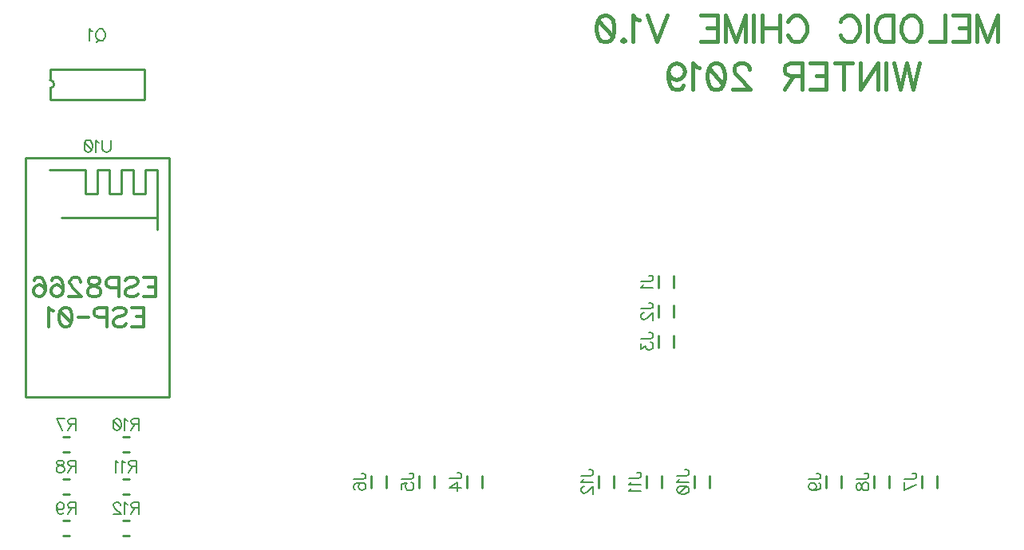
<source format=gbr>
G04 DipTrace 3.3.1.3*
G04 BottomSilk.gbr*
%MOIN*%
G04 #@! TF.FileFunction,Legend,Bot*
G04 #@! TF.Part,Single*
%ADD10C,0.009843*%
%ADD71C,0.00772*%
%ADD73C,0.016983*%
%ADD74C,0.012351*%
%FSLAX26Y26*%
G04*
G70*
G90*
G75*
G01*
G04 BotSilk*
%LPD*%
X1121865Y2488991D2*
D10*
X1515535D1*
Y2362220D1*
X1121865Y2362188D1*
Y2488960D2*
Y2442661D1*
Y2362220D2*
Y2408519D1*
Y2442661D2*
G02X1121865Y2408519I-1380J-17071D01*
G01*
X3662450Y1574949D2*
Y1624950D1*
X3724950D2*
Y1574949D1*
X3662450Y1449949D2*
Y1499950D1*
X3724950D2*
Y1449949D1*
X3662450Y1324949D2*
Y1374950D1*
X3724950D2*
Y1324949D1*
X2924950Y787451D2*
Y737450D1*
X2862450D2*
Y787451D1*
X2724950D2*
Y737450D1*
X2662450D2*
Y787451D1*
X2524950D2*
Y737450D1*
X2462450D2*
Y787451D1*
X4824950D2*
Y737450D1*
X4762450D2*
Y787451D1*
X4624950D2*
Y737450D1*
X4562450D2*
Y787451D1*
X4424950D2*
Y737450D1*
X4362450D2*
Y787451D1*
X3874950D2*
Y737450D1*
X3812450D2*
Y787451D1*
X3674950D2*
Y737450D1*
X3612450D2*
Y787451D1*
X3474950D2*
Y737450D1*
X3412450D2*
Y787451D1*
X1200361Y887235D2*
X1176802D1*
X1200361Y950165D2*
X1176802D1*
X1200361Y712235D2*
X1176802D1*
X1200361Y775165D2*
X1176802D1*
X1200361Y537235D2*
X1176802D1*
X1200361Y600165D2*
X1176802D1*
X1450361Y887235D2*
X1426802D1*
X1450361Y950165D2*
X1426802D1*
X1450361Y712235D2*
X1426802D1*
X1450361Y775165D2*
X1426802D1*
X1450361Y537235D2*
X1426802D1*
X1450361Y600165D2*
X1426802D1*
X1618700Y1118700D2*
X1018700D1*
Y2118700D1*
X1618700D1*
Y1118700D1*
X1118720Y2068700D2*
X1268720D1*
Y1968700D1*
X1318700D1*
Y2068700D1*
X1368680D1*
Y1968700D1*
X1418720D1*
Y2068700D1*
X1468700D1*
Y1968700D1*
X1518680D1*
Y2068700D1*
X1568720D1*
Y1868700D1*
X1168700D1*
X1568720D2*
Y1818700D1*
X1337197Y2656293D2*
D71*
X1341950Y2653972D1*
X1346759Y2649163D1*
X1349135Y2644355D1*
X1351567Y2637170D1*
Y2625232D1*
X1349135Y2618047D1*
X1346759Y2613293D1*
X1341950Y2608485D1*
X1337197Y2606108D1*
X1327636D1*
X1322827Y2608485D1*
X1318074Y2613293D1*
X1315697Y2618047D1*
X1313265Y2625232D1*
Y2637170D1*
X1315697Y2644355D1*
X1318074Y2649163D1*
X1322827Y2653972D1*
X1327636Y2656293D1*
X1337197D1*
X1330012Y2615670D2*
X1315697Y2601300D1*
X1297826Y2646676D2*
X1293018Y2649108D1*
X1285833Y2656238D1*
Y2606053D1*
X3589227Y1601700D2*
X3627474D1*
X3634659Y1604076D1*
X3637035Y1606508D1*
X3639467Y1611262D1*
Y1616070D1*
X3637035Y1620823D1*
X3634659Y1623200D1*
X3627473Y1625632D1*
X3622720D1*
X3598844Y1586261D2*
X3596412Y1581452D1*
X3589282Y1574267D1*
X3639467D1*
X3589227Y1487450D2*
X3627474D1*
X3634659Y1489826D1*
X3637035Y1492258D1*
X3639467Y1497011D1*
Y1501820D1*
X3637035Y1506573D1*
X3634659Y1508950D1*
X3627473Y1511382D1*
X3622720D1*
X3601220Y1469579D2*
X3598844D1*
X3594035Y1467202D1*
X3591659Y1464826D1*
X3589282Y1460017D1*
Y1450456D1*
X3591659Y1445702D1*
X3594035Y1443326D1*
X3598844Y1440894D1*
X3603597D1*
X3608405Y1443326D1*
X3615535Y1448079D1*
X3639467Y1472011D1*
Y1438517D1*
X3589227Y1362450D2*
X3627474D1*
X3634659Y1364826D1*
X3637035Y1367258D1*
X3639467Y1372011D1*
Y1376820D1*
X3637035Y1381573D1*
X3634659Y1383950D1*
X3627473Y1386382D1*
X3622720D1*
X3589282Y1342202D2*
Y1315949D1*
X3608405Y1330264D1*
Y1323079D1*
X3610782Y1318326D1*
X3613159Y1315949D1*
X3620344Y1313517D1*
X3625097D1*
X3632282Y1315949D1*
X3637090Y1320702D1*
X3639467Y1327887D1*
Y1335072D1*
X3637090Y1342202D1*
X3634659Y1344579D1*
X3629905Y1347011D1*
X2789227Y776139D2*
X2827473D1*
X2834659Y778516D1*
X2837035Y780948D1*
X2839467Y785701D1*
Y790509D1*
X2837035Y795263D1*
X2834659Y797639D1*
X2827473Y800071D1*
X2822720D1*
X2839467Y736769D2*
X2789282D1*
X2822720Y760700D1*
Y724830D1*
X2589227Y774951D2*
X2627474D1*
X2634659Y777328D1*
X2637035Y779760D1*
X2639467Y784513D1*
Y789321D1*
X2637035Y794074D1*
X2634659Y796451D1*
X2627473Y798883D1*
X2622720D1*
X2589282Y730827D2*
Y754704D1*
X2610782Y757080D1*
X2608406Y754703D1*
X2605974Y747518D1*
Y740389D1*
X2608405Y733204D1*
X2613159Y728395D1*
X2620344Y726019D1*
X2625097D1*
X2632282Y728395D1*
X2637090Y733204D1*
X2639467Y740389D1*
Y747518D1*
X2637090Y754703D1*
X2634659Y757080D1*
X2629905Y759512D1*
X2389227Y773735D2*
X2427474D1*
X2434659Y776112D1*
X2437035Y778544D1*
X2439467Y783297D1*
Y788105D1*
X2437035Y792858D1*
X2434659Y795235D1*
X2427473Y797667D1*
X2422720D1*
X2396412Y729611D2*
X2391659Y731988D1*
X2389282Y739173D1*
Y743926D1*
X2391659Y751111D1*
X2398844Y755919D1*
X2410782Y758296D1*
X2422720D1*
X2432282Y755919D1*
X2437090Y751111D1*
X2439467Y743926D1*
Y741549D1*
X2437090Y734420D1*
X2432282Y729611D1*
X2425097Y727235D1*
X2422720D1*
X2415535Y729611D1*
X2410782Y734420D1*
X2408405Y741549D1*
Y743926D1*
X2410782Y751111D1*
X2415535Y755919D1*
X2422720Y758296D1*
X4689227Y774951D2*
X4727474D1*
X4734659Y777328D1*
X4737035Y779760D1*
X4739467Y784513D1*
Y789321D1*
X4737035Y794074D1*
X4734659Y796451D1*
X4727473Y798883D1*
X4722720D1*
X4739467Y749950D2*
X4689282Y726019D1*
Y759512D1*
X4489227Y774924D2*
X4527474Y774923D1*
X4534659Y777300D1*
X4537035Y779732D1*
X4539467Y784485D1*
Y789294D1*
X4537035Y794047D1*
X4534659Y796423D1*
X4527473Y798855D1*
X4522720D1*
X4489282Y747546D2*
X4491659Y754676D1*
X4496412Y757108D1*
X4501220D1*
X4505974Y754676D1*
X4508406Y749923D1*
X4510782Y740361D1*
X4513159Y733176D1*
X4517967Y728423D1*
X4522720Y726046D1*
X4529905D1*
X4534658Y728423D1*
X4537090Y730799D1*
X4539467Y737984D1*
Y747546D1*
X4537090Y754676D1*
X4534659Y757108D1*
X4529905Y759484D1*
X4522720D1*
X4517967Y757108D1*
X4513159Y752299D1*
X4510782Y745170D1*
X4508405Y735608D1*
X4505974Y730799D1*
X4501220Y728423D1*
X4496412D1*
X4491659Y730799D1*
X4489282Y737984D1*
Y747546D1*
X4289227Y773763D2*
X4327474D1*
X4334659Y776139D1*
X4337035Y778571D1*
X4339467Y783324D1*
Y788133D1*
X4337035Y792886D1*
X4334659Y795263D1*
X4327473Y797695D1*
X4322720D1*
X4305974Y727207D2*
X4313159Y729639D1*
X4317967Y734392D1*
X4320344Y741577D1*
Y743954D1*
X4317967Y751139D1*
X4313159Y755892D1*
X4305974Y758324D1*
X4303597D1*
X4296412Y755892D1*
X4291659Y751139D1*
X4289282Y743954D1*
Y741577D1*
X4291659Y734392D1*
X4296412Y729639D1*
X4305974Y727207D1*
X4317967D1*
X4329905Y729639D1*
X4337090Y734392D1*
X4339467Y741577D1*
Y746330D1*
X4337090Y753515D1*
X4332282Y755892D1*
X3739227Y788668D2*
X3777473Y788667D1*
X3784659Y791044D1*
X3787035Y793476D1*
X3789467Y798229D1*
Y803038D1*
X3787035Y807791D1*
X3784659Y810167D1*
X3777473Y812599D1*
X3772720D1*
X3748844Y773228D2*
X3746412Y768420D1*
X3739282Y761235D1*
X3789467D1*
X3739282Y731426D2*
X3741659Y738611D1*
X3748844Y743419D1*
X3760782Y745796D1*
X3767967D1*
X3779905Y743419D1*
X3787090Y738610D1*
X3789467Y731425D1*
Y726672D1*
X3787090Y719487D1*
X3779905Y714734D1*
X3767967Y712302D1*
X3760782D1*
X3748844Y714734D1*
X3741659Y719487D1*
X3739282Y726672D1*
Y731426D1*
X3748844Y714734D2*
X3779905Y743419D1*
X3539227Y777918D2*
X3577473D1*
X3584659Y780294D1*
X3587035Y782726D1*
X3589467Y787479D1*
Y792288D1*
X3587035Y797041D1*
X3584659Y799417D1*
X3577473Y801849D1*
X3572720D1*
X3548844Y762478D2*
X3546412Y757670D1*
X3539282Y750485D1*
X3589467D1*
X3548844Y735046D2*
X3546412Y730237D1*
X3539282Y723052D1*
X3589467D1*
X3339227Y788668D2*
X3377473Y788667D1*
X3384659Y791044D1*
X3387035Y793476D1*
X3389467Y798229D1*
Y803038D1*
X3387035Y807791D1*
X3384659Y810167D1*
X3377473Y812599D1*
X3372720D1*
X3348844Y773228D2*
X3346412Y768420D1*
X3339282Y761235D1*
X3389467D1*
X3351220Y743364D2*
X3348844D1*
X3344035Y740987D1*
X3341659Y738611D1*
X3339282Y733802D1*
Y724240D1*
X3341659Y719487D1*
X3344035Y717111D1*
X3348844Y714679D1*
X3353597D1*
X3358405Y717111D1*
X3365535Y721864D1*
X3389467Y745796D1*
Y712302D1*
X1229795Y1003424D2*
X1208295D1*
X1201110Y1005856D1*
X1198678Y1008233D1*
X1196302Y1012986D1*
Y1017795D1*
X1198678Y1022548D1*
X1201110Y1024980D1*
X1208295Y1027356D1*
X1229795D1*
Y977116D1*
X1213048Y1003424D2*
X1196302Y977116D1*
X1171301D2*
X1147369Y1027301D1*
X1180862D1*
X1229767Y828424D2*
X1208267D1*
X1201082Y830856D1*
X1198650Y833233D1*
X1196274Y837986D1*
Y842795D1*
X1198650Y847548D1*
X1201082Y849980D1*
X1208267Y852356D1*
X1229767D1*
Y802116D1*
X1213021Y828424D2*
X1196274Y802116D1*
X1168896Y852301D2*
X1176026Y849924D1*
X1178458Y845171D1*
Y840363D1*
X1176026Y835609D1*
X1171273Y833178D1*
X1161711Y830801D1*
X1154526Y828424D1*
X1149773Y823616D1*
X1147397Y818863D1*
Y811678D1*
X1149773Y806925D1*
X1152150Y804493D1*
X1159335Y802116D1*
X1168896D1*
X1176026Y804493D1*
X1178458Y806925D1*
X1180835Y811678D1*
Y818863D1*
X1178458Y823616D1*
X1173650Y828424D1*
X1166520Y830801D1*
X1156958Y833178D1*
X1152150Y835609D1*
X1149773Y840363D1*
Y845171D1*
X1152150Y849924D1*
X1159335Y852301D1*
X1168896D1*
X1228607Y653424D2*
X1207107D1*
X1199922Y655856D1*
X1197490Y658233D1*
X1195113Y662986D1*
Y667795D1*
X1197490Y672548D1*
X1199922Y674980D1*
X1207107Y677356D1*
X1228607D1*
Y627116D1*
X1211860Y653424D2*
X1195113Y627116D1*
X1148557Y660609D2*
X1150989Y653424D1*
X1155742Y648616D1*
X1162927Y646239D1*
X1165304D1*
X1172489Y648616D1*
X1177242Y653424D1*
X1179674Y660609D1*
Y662986D1*
X1177242Y670171D1*
X1172489Y674924D1*
X1165304Y677301D1*
X1162927D1*
X1155742Y674924D1*
X1150989Y670171D1*
X1148557Y660609D1*
Y648616D1*
X1150989Y636678D1*
X1155742Y629493D1*
X1162927Y627116D1*
X1167680D1*
X1174866Y629493D1*
X1177242Y634301D1*
X1493511Y1003424D2*
X1472011D1*
X1464826Y1005856D1*
X1462394Y1008233D1*
X1460018Y1012986D1*
Y1017795D1*
X1462394Y1022548D1*
X1464826Y1024980D1*
X1472011Y1027356D1*
X1493511D1*
Y977116D1*
X1476765Y1003424D2*
X1460018Y977116D1*
X1444579Y1017739D2*
X1439770Y1020171D1*
X1432585Y1027301D1*
Y977116D1*
X1402776Y1027301D2*
X1409961Y1024924D1*
X1414769Y1017739D1*
X1417146Y1005801D1*
Y998616D1*
X1414769Y986678D1*
X1409961Y979493D1*
X1402776Y977116D1*
X1398023D1*
X1390838Y979493D1*
X1386084Y986678D1*
X1383653Y998616D1*
Y1005801D1*
X1386084Y1017739D1*
X1390838Y1024924D1*
X1398023Y1027301D1*
X1402776D1*
X1386084Y1017739D2*
X1414769Y986678D1*
X1482761Y828424D2*
X1461261D1*
X1454076Y830856D1*
X1451645Y833233D1*
X1449268Y837986D1*
Y842795D1*
X1451645Y847548D1*
X1454076Y849980D1*
X1461261Y852356D1*
X1482761D1*
Y802116D1*
X1466015Y828424D2*
X1449268Y802116D1*
X1433829Y842739D2*
X1429020Y845171D1*
X1421835Y852301D1*
Y802116D1*
X1406396Y842739D2*
X1401588Y845171D1*
X1394402Y852301D1*
Y802116D1*
X1493511Y653424D2*
X1472011D1*
X1464826Y655856D1*
X1462394Y658233D1*
X1460018Y662986D1*
Y667795D1*
X1462394Y672548D1*
X1464826Y674980D1*
X1472011Y677356D1*
X1493511D1*
Y627116D1*
X1476765Y653424D2*
X1460018Y627116D1*
X1444579Y667739D2*
X1439770Y670171D1*
X1432585Y677301D1*
Y627116D1*
X1414714Y665363D2*
Y667739D1*
X1412337Y672548D1*
X1409961Y674924D1*
X1405152Y677301D1*
X1395591D1*
X1390838Y674924D1*
X1388461Y672548D1*
X1386029Y667739D1*
Y662986D1*
X1388461Y658178D1*
X1393214Y651048D1*
X1417146Y627116D1*
X1383653D1*
X1373629Y2191923D2*
Y2156053D1*
X1371253Y2148868D1*
X1366444Y2144115D1*
X1359259Y2141683D1*
X1354506D1*
X1347321Y2144115D1*
X1342513Y2148868D1*
X1340136Y2156053D1*
Y2191923D1*
X1324697Y2182306D2*
X1319888Y2184738D1*
X1312703Y2191868D1*
Y2141683D1*
X1282894Y2191868D2*
X1290079Y2189491D1*
X1294887Y2182306D1*
X1297264Y2170368D1*
Y2163183D1*
X1294887Y2151245D1*
X1290079Y2144060D1*
X1282894Y2141683D1*
X1278141D1*
X1270956Y2144060D1*
X1266203Y2151245D1*
X1263771Y2163183D1*
Y2170368D1*
X1266203Y2182306D1*
X1270956Y2189491D1*
X1278141Y2191868D1*
X1282894D1*
X1266203Y2182306D2*
X1294887Y2151245D1*
X4993583Y2603582D2*
D73*
Y2714110D1*
X5035654Y2603582D1*
X5077726Y2714110D1*
Y2603582D1*
X4891282Y2714110D2*
X4959617D1*
Y2603582D1*
X4891282D1*
X4959617Y2661460D2*
X4917546D1*
X4857315Y2714110D2*
Y2603582D1*
X4794209D1*
X4728628Y2714110D2*
X4739207Y2708882D1*
X4749664Y2698303D1*
X4755014Y2687846D1*
X4760242Y2672039D1*
Y2645653D1*
X4755014Y2629968D1*
X4749664Y2619389D1*
X4739207Y2608932D1*
X4728628Y2603582D1*
X4707592D1*
X4697135Y2608932D1*
X4686557Y2619389D1*
X4681328Y2629968D1*
X4676100Y2645653D1*
Y2672039D1*
X4681328Y2687846D1*
X4686557Y2698303D1*
X4697135Y2708882D1*
X4707592Y2714110D1*
X4728628D1*
X4642134D2*
Y2603582D1*
X4605291D1*
X4589484Y2608932D1*
X4578905Y2619389D1*
X4573677Y2629968D1*
X4568448Y2645653D1*
Y2672039D1*
X4573677Y2687846D1*
X4578905Y2698303D1*
X4589484Y2708882D1*
X4605291Y2714110D1*
X4642134D1*
X4534482D2*
Y2603582D1*
X4421602Y2687846D2*
X4426830Y2698303D1*
X4437409Y2708882D1*
X4447866Y2714110D1*
X4468901D1*
X4479480Y2708882D1*
X4489937Y2698303D1*
X4495287Y2687846D1*
X4500515Y2672039D1*
Y2645653D1*
X4495287Y2629968D1*
X4489937Y2619389D1*
X4479480Y2608932D1*
X4468901Y2603582D1*
X4447866D1*
X4437409Y2608932D1*
X4426830Y2619389D1*
X4421602Y2629968D1*
X4201799Y2687846D2*
X4207028Y2698303D1*
X4217606Y2708882D1*
X4228063Y2714110D1*
X4249099D1*
X4259678Y2708882D1*
X4270135Y2698303D1*
X4275485Y2687846D1*
X4280713Y2672039D1*
Y2645653D1*
X4275485Y2629968D1*
X4270135Y2619389D1*
X4259678Y2608932D1*
X4249099Y2603582D1*
X4228063D1*
X4217606Y2608932D1*
X4207028Y2619389D1*
X4201799Y2629968D1*
X4167833Y2714110D2*
Y2603582D1*
X4094148Y2714110D2*
Y2603582D1*
X4167833Y2661460D2*
X4094148D1*
X4060181Y2714110D2*
Y2603582D1*
X3942073D2*
Y2714110D1*
X3984144Y2603582D1*
X4026215Y2714110D1*
Y2603582D1*
X3839771Y2714110D2*
X3908106D1*
Y2603582D1*
X3839771D1*
X3908106Y2661460D2*
X3866035D1*
X3698883Y2714110D2*
X3656811Y2603582D1*
X3614740Y2714110D1*
X3580774Y2692953D2*
X3570195Y2698303D1*
X3554388Y2713988D1*
Y2603582D1*
X3515193Y2614161D2*
X3520422Y2608811D1*
X3515193Y2603582D1*
X3509843Y2608811D1*
X3515193Y2614161D1*
X3444263Y2713988D2*
X3460070Y2708760D1*
X3470648Y2692953D1*
X3475877Y2666689D1*
Y2650882D1*
X3470648Y2624618D1*
X3460070Y2608811D1*
X3444263Y2603582D1*
X3433806D1*
X3417999Y2608811D1*
X3407542Y2624618D1*
X3402192Y2650882D1*
Y2666689D1*
X3407542Y2692953D1*
X3417999Y2708760D1*
X3433806Y2713988D1*
X3444263D1*
X3407542Y2692953D2*
X3470648Y2624618D1*
X4751715Y2514110D2*
X4725329Y2403582D1*
X4699065Y2514110D1*
X4672801Y2403582D1*
X4646415Y2514110D1*
X4612449D2*
Y2403582D1*
X4504797Y2514110D2*
Y2403582D1*
X4578483Y2514110D1*
Y2403582D1*
X4433988Y2514110D2*
Y2403582D1*
X4470831Y2514110D2*
X4397146D1*
X4294844D2*
X4363179D1*
Y2403582D1*
X4294844D1*
X4363179Y2461460D2*
X4321108D1*
X4260878D2*
X4213578D1*
X4197771Y2466810D1*
X4192421Y2472039D1*
X4187192Y2482496D1*
Y2493074D1*
X4192421Y2503531D1*
X4197771Y2508882D1*
X4213578Y2514110D1*
X4260878D1*
Y2403582D1*
X4224035Y2461460D2*
X4187192Y2403582D1*
X4040954Y2487724D2*
Y2492953D1*
X4035725Y2503531D1*
X4030497Y2508760D1*
X4019918Y2513988D1*
X3998883D1*
X3988426Y2508760D1*
X3983197Y2503531D1*
X3977847Y2492953D1*
Y2482496D1*
X3983197Y2471917D1*
X3993654Y2456232D1*
X4046304Y2403582D1*
X3972618D1*
X3907038Y2513988D2*
X3922845Y2508760D1*
X3933424Y2492953D1*
X3938652Y2466689D1*
Y2450882D1*
X3933424Y2424618D1*
X3922845Y2408811D1*
X3907038Y2403582D1*
X3896581D1*
X3880774Y2408811D1*
X3870317Y2424618D1*
X3864967Y2450882D1*
Y2466689D1*
X3870317Y2492953D1*
X3880774Y2508760D1*
X3896581Y2513988D1*
X3907038D1*
X3870317Y2492953D2*
X3933424Y2424618D1*
X3831000Y2492953D2*
X3820422Y2498303D1*
X3804615Y2513988D1*
Y2403582D1*
X3702192Y2477267D2*
X3707542Y2461460D1*
X3717999Y2450882D1*
X3733806Y2445653D1*
X3739034D1*
X3754841Y2450882D1*
X3765298Y2461460D1*
X3770648Y2477267D1*
Y2482496D1*
X3765298Y2498303D1*
X3754841Y2508760D1*
X3739034Y2513988D1*
X3733806D1*
X3717999Y2508760D1*
X3707542Y2498303D1*
X3702192Y2477267D1*
Y2450882D1*
X3707542Y2424618D1*
X3717999Y2408811D1*
X3733806Y2403582D1*
X3744263D1*
X3760070Y2408811D1*
X3765298Y2419389D1*
X1512858Y1616566D2*
D74*
X1562556D1*
Y1536182D1*
X1512858D1*
X1562556Y1578275D2*
X1531959D1*
X1434566Y1605070D2*
X1442171Y1612764D1*
X1453667Y1616566D1*
X1468966D1*
X1480462Y1612764D1*
X1488155Y1605070D1*
Y1597465D1*
X1484264Y1589771D1*
X1480462Y1585969D1*
X1472857Y1582166D1*
X1449865Y1574473D1*
X1442171Y1570670D1*
X1438369Y1566779D1*
X1434566Y1559174D1*
Y1547678D1*
X1442171Y1540073D1*
X1453667Y1536182D1*
X1468966D1*
X1480462Y1540073D1*
X1488155Y1547678D1*
X1409863Y1574473D2*
X1375375D1*
X1363967Y1578275D1*
X1360076Y1582166D1*
X1356274Y1589771D1*
Y1601267D1*
X1360076Y1608873D1*
X1363967Y1612764D1*
X1375375Y1616566D1*
X1409863D1*
Y1536182D1*
X1312470Y1616478D2*
X1323878Y1612675D1*
X1327769Y1605070D1*
Y1597377D1*
X1323878Y1589771D1*
X1316272Y1585880D1*
X1300974Y1582078D1*
X1289478Y1578275D1*
X1281873Y1570582D1*
X1278070Y1562977D1*
Y1551481D1*
X1281873Y1543876D1*
X1285675Y1539985D1*
X1297171Y1536182D1*
X1312470D1*
X1323878Y1539985D1*
X1327769Y1543876D1*
X1331571Y1551481D1*
Y1562977D1*
X1327769Y1570582D1*
X1320075Y1578275D1*
X1308667Y1582078D1*
X1293369Y1585880D1*
X1285675Y1589771D1*
X1281873Y1597377D1*
Y1605070D1*
X1285675Y1612675D1*
X1297171Y1616478D1*
X1312470D1*
X1249476Y1597377D2*
Y1601179D1*
X1245674Y1608873D1*
X1241871Y1612675D1*
X1234178Y1616478D1*
X1218879D1*
X1211274Y1612675D1*
X1207472Y1608873D1*
X1203581Y1601179D1*
Y1593574D1*
X1207472Y1585880D1*
X1215077Y1574473D1*
X1253367Y1536182D1*
X1199778D1*
X1129179Y1605070D2*
X1132982Y1612675D1*
X1144478Y1616478D1*
X1152083D1*
X1163579Y1612675D1*
X1171273Y1601179D1*
X1175075Y1582078D1*
Y1562977D1*
X1171273Y1547678D1*
X1163579Y1539985D1*
X1152083Y1536182D1*
X1148281D1*
X1136873Y1539985D1*
X1129179Y1547678D1*
X1125377Y1559174D1*
Y1562977D1*
X1129179Y1574473D1*
X1136873Y1582078D1*
X1148281Y1585880D1*
X1152083D1*
X1163579Y1582078D1*
X1171273Y1574473D1*
X1175075Y1562977D1*
X1054778Y1605070D2*
X1058581Y1612675D1*
X1070077Y1616478D1*
X1077682D1*
X1089178Y1612675D1*
X1096872Y1601179D1*
X1100674Y1582078D1*
Y1562977D1*
X1096872Y1547678D1*
X1089178Y1539985D1*
X1077682Y1536182D1*
X1073879D1*
X1062472Y1539985D1*
X1054778Y1547678D1*
X1050976Y1559174D1*
Y1562977D1*
X1054778Y1574473D1*
X1062472Y1582078D1*
X1073879Y1585880D1*
X1077682D1*
X1089178Y1582078D1*
X1096872Y1574473D1*
X1100674Y1562977D1*
X1462803Y1491566D2*
X1512501D1*
Y1411182D1*
X1462803D1*
X1512501Y1453275D2*
X1481904D1*
X1384511Y1480070D2*
X1392116Y1487764D1*
X1403612Y1491566D1*
X1418911D1*
X1430407Y1487764D1*
X1438100Y1480070D1*
Y1472465D1*
X1434209Y1464771D1*
X1430407Y1460969D1*
X1422801Y1457166D1*
X1399809Y1449473D1*
X1392116Y1445670D1*
X1388313Y1441779D1*
X1384511Y1434174D1*
Y1422678D1*
X1392116Y1415073D1*
X1403612Y1411182D1*
X1418911D1*
X1430407Y1415073D1*
X1438100Y1422678D1*
X1359808Y1449473D2*
X1325320D1*
X1313912Y1453275D1*
X1310021Y1457166D1*
X1306219Y1464771D1*
Y1476267D1*
X1310021Y1483873D1*
X1313912Y1487764D1*
X1325320Y1491566D1*
X1359808D1*
Y1411182D1*
X1281516Y1451330D2*
X1237300D1*
X1189605Y1491478D2*
X1201101Y1487675D1*
X1208795Y1476179D1*
X1212597Y1457078D1*
Y1445582D1*
X1208795Y1426481D1*
X1201101Y1414985D1*
X1189605Y1411182D1*
X1182000D1*
X1170504Y1414985D1*
X1162899Y1426481D1*
X1159008Y1445582D1*
Y1457078D1*
X1162899Y1476179D1*
X1170504Y1487675D1*
X1182000Y1491478D1*
X1189605D1*
X1162899Y1476179D2*
X1208795Y1426481D1*
X1134305Y1476179D2*
X1126612Y1480070D1*
X1115116Y1491478D1*
Y1411182D1*
M02*

</source>
